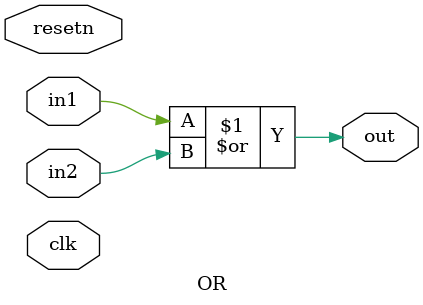
<source format=sv>
module OR (
    input  wire clk,
    input  wire resetn,
    input  wire in1,
    input  wire in2,
    output wire out
);

  assign out = in1 | in2;

endmodule

</source>
